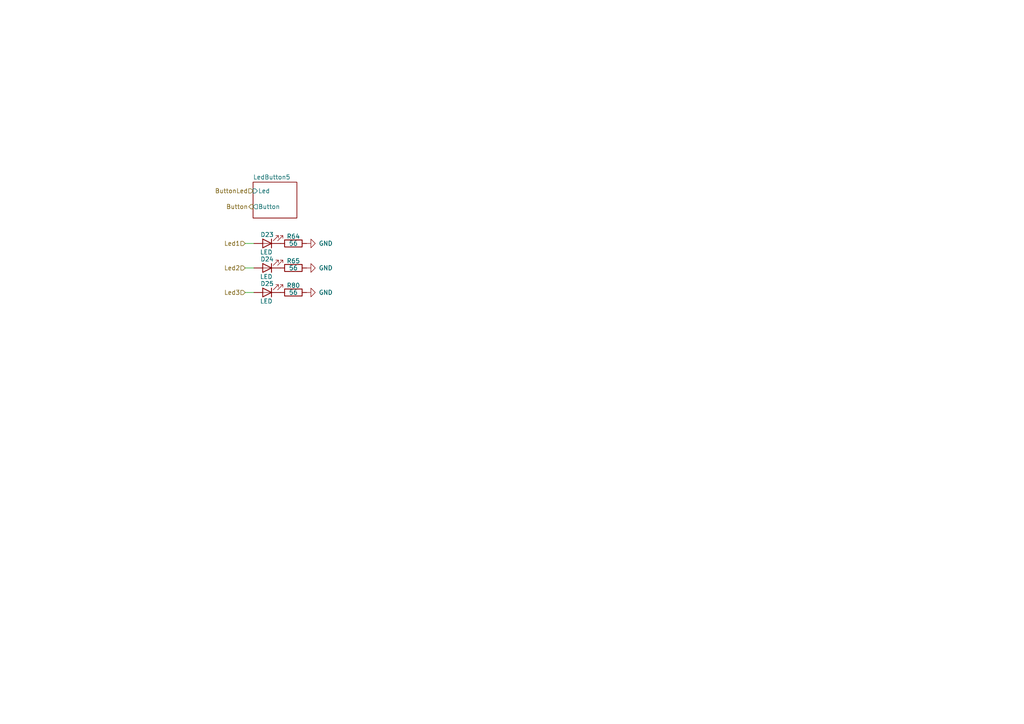
<source format=kicad_sch>
(kicad_sch (version 20221206) (generator eeschema)
  (paper "A4")
  (lib_symbols
    (symbol "Device:LED" (pin_numbers hide) (pin_names (offset 1.016) hide)
      (property "Reference" "D" (at 0 2.54 0))
      (property "Value" "LED" (at 0 -2.54 0))
      (symbol "LED_0_1"
        (polyline (pts (xy -1.27 -1.27) (xy -1.27 1.27)) (stroke (width 0.254)))
        (polyline (pts (xy -1.27 0) (xy 1.27 0)))
        (polyline (pts (xy 1.27 -1.27) (xy 1.27 1.27) (xy -1.27 0) (xy 1.27 -1.27)) (stroke (width 0.254)))
        (polyline (pts (xy -3.048 -0.762) (xy -4.572 -2.286) (xy -3.81 -2.286) (xy -4.572 -2.286) (xy -4.572 -1.524)))
        (polyline (pts (xy -1.778 -0.762) (xy -3.302 -2.286) (xy -2.54 -2.286) (xy -3.302 -2.286) (xy -3.302 -1.524)))
      )
      (symbol "LED_1_1"
        (pin passive line (at -3.81 0 0) (length 2.54) (name "K") (number "1"))
        (pin passive line (at 3.81 0 180) (length 2.54) (name "A") (number "2"))
      )
    )
    (symbol "Device:R" (pin_numbers hide) (pin_names (offset 0))
      (property "Reference" "R" (at 2.032 0 90))
      (property "Value" "R" (at 0 0 90))
      (symbol "R_0_1"
        (rectangle (start -1.016 -2.54) (end 1.016 2.54) (stroke (width 0.254)))
      )
      (symbol "R_1_1"
        (pin passive line (at 0 3.81 270) (length 1.27) (name "~") (number "1"))
        (pin passive line (at 0 -3.81 90) (length 1.27) (name "~") (number "2"))
      )
    )
    (symbol "power:GND" (power) (pin_names (offset 0))
      (property "Value" "GND" (at 0 -3.81 0))
      (symbol "GND_0_1"
        (polyline (pts (xy 0 0) (xy 0 -1.27) (xy 1.27 -1.27) (xy 0 -2.54) (xy -1.27 -1.27) (xy 0 -1.27)))
      )
      (symbol "GND_1_1"
        (pin power_in line (at 0 0 270) (length 0) hide (name "GND") (number "1"))
      )
    )
  )
  (wire (pts (xy 71.12 77.724) (xy 73.66 77.724)))
  (wire (pts (xy 71.12 84.836) (xy 73.66 84.836)))
  (wire (pts (xy 71.12 70.612) (xy 73.66 70.612)))
  (hierarchical_label "Led2" (shape input) (at 71.12 77.724 180))
  (hierarchical_label "ButtonLed" (shape input) (at 73.406 55.372 180))
  (hierarchical_label "Button" (shape output) (at 73.406 59.944 180))
  (hierarchical_label "Led3" (shape input) (at 71.12 84.836 180))
  (hierarchical_label "Led1" (shape input) (at 71.12 70.612 180))
  (symbol (lib_id "Device:R") (at 85.09 84.836 90) (unit 1)
    (property "Reference" "R80" (at 85.09 82.804 90))
    (property "Value" "56" (at 85.09 84.836 90))
    (property "Footprint" "Resistor_SMD:R_0402_1005Metric" (effects hide))
    (instances (project "Space" (path "" (reference "R80") (unit 1)) (path "" (reference "R84") (unit 1)) (path "" (reference "R89") (unit 1))))
  )
  (symbol (lib_id "Device:LED") (at 77.47 84.836 180) (unit 1)
    (property "Reference" "D25" (at 77.47 82.296 0))
    (property "Value" "LED" (at 77.216 87.376 0))
    (property "Footprint" "LED_THT:LED_D3.0mm_FlatTop" (effects hide))
    (instances (project "Space" (path "" (reference "D25") (unit 1)) (path "" (reference "D28") (unit 1)) (path "" (reference "D31") (unit 1))))
  )
  (symbol (lib_id "Device:R") (at 85.09 70.612 90) (unit 1)
    (property "Reference" "R64" (at 85.09 68.58 90))
    (property "Value" "56" (at 85.09 70.612 90))
    (property "Footprint" "Resistor_SMD:R_0402_1005Metric" (effects hide))
    (instances (project "Space" (path "" (reference "R64") (unit 1)) (path "" (reference "R82") (unit 1)) (path "" (reference "R87") (unit 1))))
  )
  (symbol (lib_id "Device:LED") (at 77.47 77.724 180) (unit 1)
    (property "Reference" "D24" (at 77.47 75.184 0))
    (property "Value" "LED" (at 77.216 80.264 0))
    (property "Footprint" "LED_THT:LED_D3.0mm_FlatTop" (effects hide))
    (instances (project "Space" (path "" (reference "D24") (unit 1)) (path "" (reference "D27") (unit 1)) (path "" (reference "D30") (unit 1))))
  )
  (symbol (lib_id "Device:LED") (at 77.47 70.612 180) (unit 1)
    (property "Reference" "D23" (at 77.47 68.072 0))
    (property "Value" "LED" (at 77.216 73.152 0))
    (property "Footprint" "LED_THT:LED_D3.0mm_FlatTop" (effects hide))
    (instances (project "Space" (path "" (reference "D23") (unit 1)) (path "" (reference "D26") (unit 1)) (path "" (reference "D29") (unit 1))))
  )
  (symbol (lib_id "power:GND") (at 88.9 84.836 90) (unit 1)
    (property "Reference" "#PWR0122" (effects hide))
    (property "Value" "GND" (at 96.52 84.836 90) (effects (justify left)))
    (instances (project "Space" (path "" (reference "#PWR0122") (unit 1)) (path "" (reference "#PWR0125") (unit 1)) (path "" (reference "#PWR0128") (unit 1))))
  )
  (symbol (lib_id "Device:R") (at 85.09 77.724 90) (unit 1)
    (property "Reference" "R65" (at 85.09 75.692 90))
    (property "Value" "56" (at 85.09 77.724 90))
    (property "Footprint" "Resistor_SMD:R_0402_1005Metric" (effects hide))
    (instances (project "Space" (path "" (reference "R65") (unit 1)) (path "" (reference "R83") (unit 1)) (path "" (reference "R88") (unit 1))))
  )
  (symbol (lib_id "power:GND") (at 88.9 77.724 90) (unit 1)
    (property "Reference" "#PWR0123" (effects hide))
    (property "Value" "GND" (at 96.52 77.724 90) (effects (justify left)))
    (instances (project "Space" (path "" (reference "#PWR0123") (unit 1)) (path "" (reference "#PWR0126") (unit 1)) (path "" (reference "#PWR0129") (unit 1))))
  )
  (symbol (lib_id "power:GND") (at 88.9 70.612 90) (unit 1)
    (property "Reference" "#PWR0121" (effects hide))
    (property "Value" "GND" (at 96.52 70.612 90) (effects (justify left)))
    (instances (project "Space" (path "" (reference "#PWR0121") (unit 1)) (path "" (reference "#PWR0124") (unit 1)) (path "" (reference "#PWR0127") (unit 1))))
  )
  (sheet (at 73.406 52.832) (size 12.7 10.414) (stroke (width 0.1524))
    (property "Sheetname" "LedButton5" (at 73.406 52.1204 0) (effects (justify left bottom)))
    (property "Sheetfile" "LedButton.kicad_sch" (effects hide))
    (pin "Led" input (at 73.406 55.372 180))
    (pin "Button" output (at 73.406 59.944 180))
  )
)
</source>
